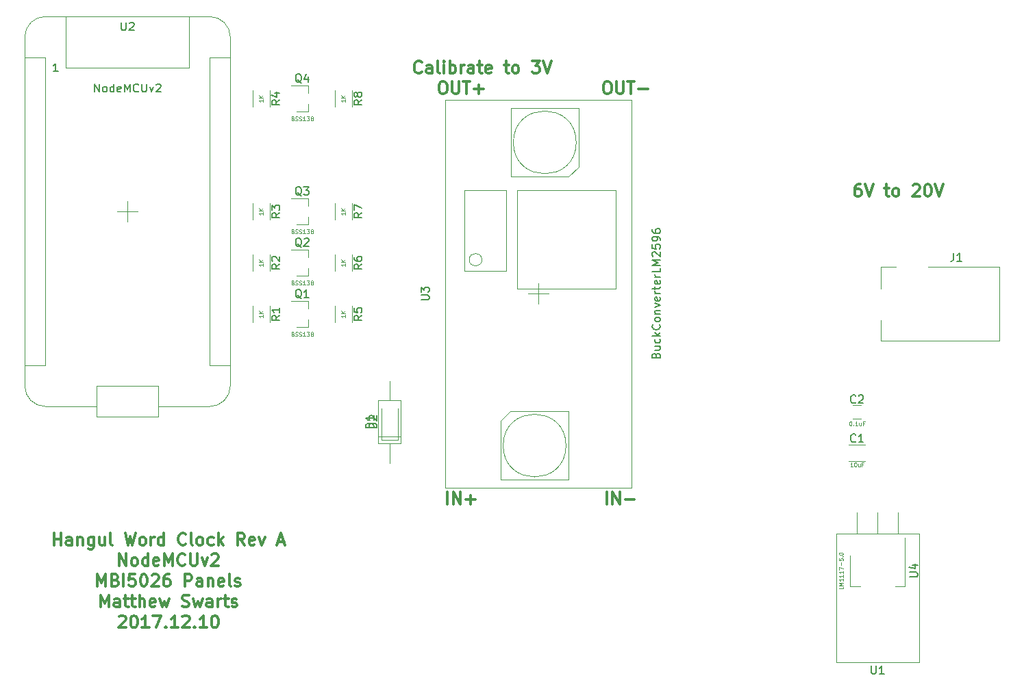
<source format=gto>
G04 #@! TF.FileFunction,Legend,Top*
%FSLAX46Y46*%
G04 Gerber Fmt 4.6, Leading zero omitted, Abs format (unit mm)*
G04 Created by KiCad (PCBNEW 4.0.4-stable) date 12/10/17 00:47:25*
%MOMM*%
%LPD*%
G01*
G04 APERTURE LIST*
%ADD10C,0.250000*%
%ADD11C,0.300000*%
%ADD12C,0.100000*%
%ADD13C,0.120000*%
%ADD14C,0.150000*%
G04 APERTURE END LIST*
D10*
D11*
X77261429Y-130198571D02*
X77261429Y-128698571D01*
X77261429Y-129412857D02*
X78118572Y-129412857D01*
X78118572Y-130198571D02*
X78118572Y-128698571D01*
X79475715Y-130198571D02*
X79475715Y-129412857D01*
X79404286Y-129270000D01*
X79261429Y-129198571D01*
X78975715Y-129198571D01*
X78832858Y-129270000D01*
X79475715Y-130127143D02*
X79332858Y-130198571D01*
X78975715Y-130198571D01*
X78832858Y-130127143D01*
X78761429Y-129984286D01*
X78761429Y-129841429D01*
X78832858Y-129698571D01*
X78975715Y-129627143D01*
X79332858Y-129627143D01*
X79475715Y-129555714D01*
X80190001Y-129198571D02*
X80190001Y-130198571D01*
X80190001Y-129341429D02*
X80261429Y-129270000D01*
X80404287Y-129198571D01*
X80618572Y-129198571D01*
X80761429Y-129270000D01*
X80832858Y-129412857D01*
X80832858Y-130198571D01*
X82190001Y-129198571D02*
X82190001Y-130412857D01*
X82118572Y-130555714D01*
X82047144Y-130627143D01*
X81904287Y-130698571D01*
X81690001Y-130698571D01*
X81547144Y-130627143D01*
X82190001Y-130127143D02*
X82047144Y-130198571D01*
X81761430Y-130198571D01*
X81618572Y-130127143D01*
X81547144Y-130055714D01*
X81475715Y-129912857D01*
X81475715Y-129484286D01*
X81547144Y-129341429D01*
X81618572Y-129270000D01*
X81761430Y-129198571D01*
X82047144Y-129198571D01*
X82190001Y-129270000D01*
X83547144Y-129198571D02*
X83547144Y-130198571D01*
X82904287Y-129198571D02*
X82904287Y-129984286D01*
X82975715Y-130127143D01*
X83118573Y-130198571D01*
X83332858Y-130198571D01*
X83475715Y-130127143D01*
X83547144Y-130055714D01*
X84475716Y-130198571D02*
X84332858Y-130127143D01*
X84261430Y-129984286D01*
X84261430Y-128698571D01*
X86047144Y-128698571D02*
X86404287Y-130198571D01*
X86690001Y-129127143D01*
X86975715Y-130198571D01*
X87332858Y-128698571D01*
X88118573Y-130198571D02*
X87975715Y-130127143D01*
X87904287Y-130055714D01*
X87832858Y-129912857D01*
X87832858Y-129484286D01*
X87904287Y-129341429D01*
X87975715Y-129270000D01*
X88118573Y-129198571D01*
X88332858Y-129198571D01*
X88475715Y-129270000D01*
X88547144Y-129341429D01*
X88618573Y-129484286D01*
X88618573Y-129912857D01*
X88547144Y-130055714D01*
X88475715Y-130127143D01*
X88332858Y-130198571D01*
X88118573Y-130198571D01*
X89261430Y-130198571D02*
X89261430Y-129198571D01*
X89261430Y-129484286D02*
X89332858Y-129341429D01*
X89404287Y-129270000D01*
X89547144Y-129198571D01*
X89690001Y-129198571D01*
X90832858Y-130198571D02*
X90832858Y-128698571D01*
X90832858Y-130127143D02*
X90690001Y-130198571D01*
X90404287Y-130198571D01*
X90261429Y-130127143D01*
X90190001Y-130055714D01*
X90118572Y-129912857D01*
X90118572Y-129484286D01*
X90190001Y-129341429D01*
X90261429Y-129270000D01*
X90404287Y-129198571D01*
X90690001Y-129198571D01*
X90832858Y-129270000D01*
X93547144Y-130055714D02*
X93475715Y-130127143D01*
X93261429Y-130198571D01*
X93118572Y-130198571D01*
X92904287Y-130127143D01*
X92761429Y-129984286D01*
X92690001Y-129841429D01*
X92618572Y-129555714D01*
X92618572Y-129341429D01*
X92690001Y-129055714D01*
X92761429Y-128912857D01*
X92904287Y-128770000D01*
X93118572Y-128698571D01*
X93261429Y-128698571D01*
X93475715Y-128770000D01*
X93547144Y-128841429D01*
X94404287Y-130198571D02*
X94261429Y-130127143D01*
X94190001Y-129984286D01*
X94190001Y-128698571D01*
X95190001Y-130198571D02*
X95047143Y-130127143D01*
X94975715Y-130055714D01*
X94904286Y-129912857D01*
X94904286Y-129484286D01*
X94975715Y-129341429D01*
X95047143Y-129270000D01*
X95190001Y-129198571D01*
X95404286Y-129198571D01*
X95547143Y-129270000D01*
X95618572Y-129341429D01*
X95690001Y-129484286D01*
X95690001Y-129912857D01*
X95618572Y-130055714D01*
X95547143Y-130127143D01*
X95404286Y-130198571D01*
X95190001Y-130198571D01*
X96975715Y-130127143D02*
X96832858Y-130198571D01*
X96547144Y-130198571D01*
X96404286Y-130127143D01*
X96332858Y-130055714D01*
X96261429Y-129912857D01*
X96261429Y-129484286D01*
X96332858Y-129341429D01*
X96404286Y-129270000D01*
X96547144Y-129198571D01*
X96832858Y-129198571D01*
X96975715Y-129270000D01*
X97618572Y-130198571D02*
X97618572Y-128698571D01*
X97761429Y-129627143D02*
X98190000Y-130198571D01*
X98190000Y-129198571D02*
X97618572Y-129770000D01*
X100832858Y-130198571D02*
X100332858Y-129484286D01*
X99975715Y-130198571D02*
X99975715Y-128698571D01*
X100547143Y-128698571D01*
X100690001Y-128770000D01*
X100761429Y-128841429D01*
X100832858Y-128984286D01*
X100832858Y-129198571D01*
X100761429Y-129341429D01*
X100690001Y-129412857D01*
X100547143Y-129484286D01*
X99975715Y-129484286D01*
X102047143Y-130127143D02*
X101904286Y-130198571D01*
X101618572Y-130198571D01*
X101475715Y-130127143D01*
X101404286Y-129984286D01*
X101404286Y-129412857D01*
X101475715Y-129270000D01*
X101618572Y-129198571D01*
X101904286Y-129198571D01*
X102047143Y-129270000D01*
X102118572Y-129412857D01*
X102118572Y-129555714D01*
X101404286Y-129698571D01*
X102618572Y-129198571D02*
X102975715Y-130198571D01*
X103332857Y-129198571D01*
X104975714Y-129770000D02*
X105690000Y-129770000D01*
X104832857Y-130198571D02*
X105332857Y-128698571D01*
X105832857Y-130198571D01*
X85332857Y-132748571D02*
X85332857Y-131248571D01*
X86190000Y-132748571D01*
X86190000Y-131248571D01*
X87118572Y-132748571D02*
X86975714Y-132677143D01*
X86904286Y-132605714D01*
X86832857Y-132462857D01*
X86832857Y-132034286D01*
X86904286Y-131891429D01*
X86975714Y-131820000D01*
X87118572Y-131748571D01*
X87332857Y-131748571D01*
X87475714Y-131820000D01*
X87547143Y-131891429D01*
X87618572Y-132034286D01*
X87618572Y-132462857D01*
X87547143Y-132605714D01*
X87475714Y-132677143D01*
X87332857Y-132748571D01*
X87118572Y-132748571D01*
X88904286Y-132748571D02*
X88904286Y-131248571D01*
X88904286Y-132677143D02*
X88761429Y-132748571D01*
X88475715Y-132748571D01*
X88332857Y-132677143D01*
X88261429Y-132605714D01*
X88190000Y-132462857D01*
X88190000Y-132034286D01*
X88261429Y-131891429D01*
X88332857Y-131820000D01*
X88475715Y-131748571D01*
X88761429Y-131748571D01*
X88904286Y-131820000D01*
X90190000Y-132677143D02*
X90047143Y-132748571D01*
X89761429Y-132748571D01*
X89618572Y-132677143D01*
X89547143Y-132534286D01*
X89547143Y-131962857D01*
X89618572Y-131820000D01*
X89761429Y-131748571D01*
X90047143Y-131748571D01*
X90190000Y-131820000D01*
X90261429Y-131962857D01*
X90261429Y-132105714D01*
X89547143Y-132248571D01*
X90904286Y-132748571D02*
X90904286Y-131248571D01*
X91404286Y-132320000D01*
X91904286Y-131248571D01*
X91904286Y-132748571D01*
X93475715Y-132605714D02*
X93404286Y-132677143D01*
X93190000Y-132748571D01*
X93047143Y-132748571D01*
X92832858Y-132677143D01*
X92690000Y-132534286D01*
X92618572Y-132391429D01*
X92547143Y-132105714D01*
X92547143Y-131891429D01*
X92618572Y-131605714D01*
X92690000Y-131462857D01*
X92832858Y-131320000D01*
X93047143Y-131248571D01*
X93190000Y-131248571D01*
X93404286Y-131320000D01*
X93475715Y-131391429D01*
X94118572Y-131248571D02*
X94118572Y-132462857D01*
X94190000Y-132605714D01*
X94261429Y-132677143D01*
X94404286Y-132748571D01*
X94690000Y-132748571D01*
X94832858Y-132677143D01*
X94904286Y-132605714D01*
X94975715Y-132462857D01*
X94975715Y-131248571D01*
X95547144Y-131748571D02*
X95904287Y-132748571D01*
X96261429Y-131748571D01*
X96761429Y-131391429D02*
X96832858Y-131320000D01*
X96975715Y-131248571D01*
X97332858Y-131248571D01*
X97475715Y-131320000D01*
X97547144Y-131391429D01*
X97618572Y-131534286D01*
X97618572Y-131677143D01*
X97547144Y-131891429D01*
X96690001Y-132748571D01*
X97618572Y-132748571D01*
X82654287Y-135298571D02*
X82654287Y-133798571D01*
X83154287Y-134870000D01*
X83654287Y-133798571D01*
X83654287Y-135298571D01*
X84868573Y-134512857D02*
X85082859Y-134584286D01*
X85154287Y-134655714D01*
X85225716Y-134798571D01*
X85225716Y-135012857D01*
X85154287Y-135155714D01*
X85082859Y-135227143D01*
X84940001Y-135298571D01*
X84368573Y-135298571D01*
X84368573Y-133798571D01*
X84868573Y-133798571D01*
X85011430Y-133870000D01*
X85082859Y-133941429D01*
X85154287Y-134084286D01*
X85154287Y-134227143D01*
X85082859Y-134370000D01*
X85011430Y-134441429D01*
X84868573Y-134512857D01*
X84368573Y-134512857D01*
X85868573Y-135298571D02*
X85868573Y-133798571D01*
X87297145Y-133798571D02*
X86582859Y-133798571D01*
X86511430Y-134512857D01*
X86582859Y-134441429D01*
X86725716Y-134370000D01*
X87082859Y-134370000D01*
X87225716Y-134441429D01*
X87297145Y-134512857D01*
X87368573Y-134655714D01*
X87368573Y-135012857D01*
X87297145Y-135155714D01*
X87225716Y-135227143D01*
X87082859Y-135298571D01*
X86725716Y-135298571D01*
X86582859Y-135227143D01*
X86511430Y-135155714D01*
X88297144Y-133798571D02*
X88440001Y-133798571D01*
X88582858Y-133870000D01*
X88654287Y-133941429D01*
X88725716Y-134084286D01*
X88797144Y-134370000D01*
X88797144Y-134727143D01*
X88725716Y-135012857D01*
X88654287Y-135155714D01*
X88582858Y-135227143D01*
X88440001Y-135298571D01*
X88297144Y-135298571D01*
X88154287Y-135227143D01*
X88082858Y-135155714D01*
X88011430Y-135012857D01*
X87940001Y-134727143D01*
X87940001Y-134370000D01*
X88011430Y-134084286D01*
X88082858Y-133941429D01*
X88154287Y-133870000D01*
X88297144Y-133798571D01*
X89368572Y-133941429D02*
X89440001Y-133870000D01*
X89582858Y-133798571D01*
X89940001Y-133798571D01*
X90082858Y-133870000D01*
X90154287Y-133941429D01*
X90225715Y-134084286D01*
X90225715Y-134227143D01*
X90154287Y-134441429D01*
X89297144Y-135298571D01*
X90225715Y-135298571D01*
X91511429Y-133798571D02*
X91225715Y-133798571D01*
X91082858Y-133870000D01*
X91011429Y-133941429D01*
X90868572Y-134155714D01*
X90797143Y-134441429D01*
X90797143Y-135012857D01*
X90868572Y-135155714D01*
X90940000Y-135227143D01*
X91082858Y-135298571D01*
X91368572Y-135298571D01*
X91511429Y-135227143D01*
X91582858Y-135155714D01*
X91654286Y-135012857D01*
X91654286Y-134655714D01*
X91582858Y-134512857D01*
X91511429Y-134441429D01*
X91368572Y-134370000D01*
X91082858Y-134370000D01*
X90940000Y-134441429D01*
X90868572Y-134512857D01*
X90797143Y-134655714D01*
X93440000Y-135298571D02*
X93440000Y-133798571D01*
X94011428Y-133798571D01*
X94154286Y-133870000D01*
X94225714Y-133941429D01*
X94297143Y-134084286D01*
X94297143Y-134298571D01*
X94225714Y-134441429D01*
X94154286Y-134512857D01*
X94011428Y-134584286D01*
X93440000Y-134584286D01*
X95582857Y-135298571D02*
X95582857Y-134512857D01*
X95511428Y-134370000D01*
X95368571Y-134298571D01*
X95082857Y-134298571D01*
X94940000Y-134370000D01*
X95582857Y-135227143D02*
X95440000Y-135298571D01*
X95082857Y-135298571D01*
X94940000Y-135227143D01*
X94868571Y-135084286D01*
X94868571Y-134941429D01*
X94940000Y-134798571D01*
X95082857Y-134727143D01*
X95440000Y-134727143D01*
X95582857Y-134655714D01*
X96297143Y-134298571D02*
X96297143Y-135298571D01*
X96297143Y-134441429D02*
X96368571Y-134370000D01*
X96511429Y-134298571D01*
X96725714Y-134298571D01*
X96868571Y-134370000D01*
X96940000Y-134512857D01*
X96940000Y-135298571D01*
X98225714Y-135227143D02*
X98082857Y-135298571D01*
X97797143Y-135298571D01*
X97654286Y-135227143D01*
X97582857Y-135084286D01*
X97582857Y-134512857D01*
X97654286Y-134370000D01*
X97797143Y-134298571D01*
X98082857Y-134298571D01*
X98225714Y-134370000D01*
X98297143Y-134512857D01*
X98297143Y-134655714D01*
X97582857Y-134798571D01*
X99154286Y-135298571D02*
X99011428Y-135227143D01*
X98940000Y-135084286D01*
X98940000Y-133798571D01*
X99654285Y-135227143D02*
X99797142Y-135298571D01*
X100082857Y-135298571D01*
X100225714Y-135227143D01*
X100297142Y-135084286D01*
X100297142Y-135012857D01*
X100225714Y-134870000D01*
X100082857Y-134798571D01*
X99868571Y-134798571D01*
X99725714Y-134727143D01*
X99654285Y-134584286D01*
X99654285Y-134512857D01*
X99725714Y-134370000D01*
X99868571Y-134298571D01*
X100082857Y-134298571D01*
X100225714Y-134370000D01*
X83047143Y-137848571D02*
X83047143Y-136348571D01*
X83547143Y-137420000D01*
X84047143Y-136348571D01*
X84047143Y-137848571D01*
X85404286Y-137848571D02*
X85404286Y-137062857D01*
X85332857Y-136920000D01*
X85190000Y-136848571D01*
X84904286Y-136848571D01*
X84761429Y-136920000D01*
X85404286Y-137777143D02*
X85261429Y-137848571D01*
X84904286Y-137848571D01*
X84761429Y-137777143D01*
X84690000Y-137634286D01*
X84690000Y-137491429D01*
X84761429Y-137348571D01*
X84904286Y-137277143D01*
X85261429Y-137277143D01*
X85404286Y-137205714D01*
X85904286Y-136848571D02*
X86475715Y-136848571D01*
X86118572Y-136348571D02*
X86118572Y-137634286D01*
X86190000Y-137777143D01*
X86332858Y-137848571D01*
X86475715Y-137848571D01*
X86761429Y-136848571D02*
X87332858Y-136848571D01*
X86975715Y-136348571D02*
X86975715Y-137634286D01*
X87047143Y-137777143D01*
X87190001Y-137848571D01*
X87332858Y-137848571D01*
X87832858Y-137848571D02*
X87832858Y-136348571D01*
X88475715Y-137848571D02*
X88475715Y-137062857D01*
X88404286Y-136920000D01*
X88261429Y-136848571D01*
X88047144Y-136848571D01*
X87904286Y-136920000D01*
X87832858Y-136991429D01*
X89761429Y-137777143D02*
X89618572Y-137848571D01*
X89332858Y-137848571D01*
X89190001Y-137777143D01*
X89118572Y-137634286D01*
X89118572Y-137062857D01*
X89190001Y-136920000D01*
X89332858Y-136848571D01*
X89618572Y-136848571D01*
X89761429Y-136920000D01*
X89832858Y-137062857D01*
X89832858Y-137205714D01*
X89118572Y-137348571D01*
X90332858Y-136848571D02*
X90618572Y-137848571D01*
X90904286Y-137134286D01*
X91190001Y-137848571D01*
X91475715Y-136848571D01*
X93118572Y-137777143D02*
X93332858Y-137848571D01*
X93690001Y-137848571D01*
X93832858Y-137777143D01*
X93904287Y-137705714D01*
X93975715Y-137562857D01*
X93975715Y-137420000D01*
X93904287Y-137277143D01*
X93832858Y-137205714D01*
X93690001Y-137134286D01*
X93404287Y-137062857D01*
X93261429Y-136991429D01*
X93190001Y-136920000D01*
X93118572Y-136777143D01*
X93118572Y-136634286D01*
X93190001Y-136491429D01*
X93261429Y-136420000D01*
X93404287Y-136348571D01*
X93761429Y-136348571D01*
X93975715Y-136420000D01*
X94475715Y-136848571D02*
X94761429Y-137848571D01*
X95047143Y-137134286D01*
X95332858Y-137848571D01*
X95618572Y-136848571D01*
X96832858Y-137848571D02*
X96832858Y-137062857D01*
X96761429Y-136920000D01*
X96618572Y-136848571D01*
X96332858Y-136848571D01*
X96190001Y-136920000D01*
X96832858Y-137777143D02*
X96690001Y-137848571D01*
X96332858Y-137848571D01*
X96190001Y-137777143D01*
X96118572Y-137634286D01*
X96118572Y-137491429D01*
X96190001Y-137348571D01*
X96332858Y-137277143D01*
X96690001Y-137277143D01*
X96832858Y-137205714D01*
X97547144Y-137848571D02*
X97547144Y-136848571D01*
X97547144Y-137134286D02*
X97618572Y-136991429D01*
X97690001Y-136920000D01*
X97832858Y-136848571D01*
X97975715Y-136848571D01*
X98261429Y-136848571D02*
X98832858Y-136848571D01*
X98475715Y-136348571D02*
X98475715Y-137634286D01*
X98547143Y-137777143D01*
X98690001Y-137848571D01*
X98832858Y-137848571D01*
X99261429Y-137777143D02*
X99404286Y-137848571D01*
X99690001Y-137848571D01*
X99832858Y-137777143D01*
X99904286Y-137634286D01*
X99904286Y-137562857D01*
X99832858Y-137420000D01*
X99690001Y-137348571D01*
X99475715Y-137348571D01*
X99332858Y-137277143D01*
X99261429Y-137134286D01*
X99261429Y-137062857D01*
X99332858Y-136920000D01*
X99475715Y-136848571D01*
X99690001Y-136848571D01*
X99832858Y-136920000D01*
X85297144Y-139041429D02*
X85368573Y-138970000D01*
X85511430Y-138898571D01*
X85868573Y-138898571D01*
X86011430Y-138970000D01*
X86082859Y-139041429D01*
X86154287Y-139184286D01*
X86154287Y-139327143D01*
X86082859Y-139541429D01*
X85225716Y-140398571D01*
X86154287Y-140398571D01*
X87082858Y-138898571D02*
X87225715Y-138898571D01*
X87368572Y-138970000D01*
X87440001Y-139041429D01*
X87511430Y-139184286D01*
X87582858Y-139470000D01*
X87582858Y-139827143D01*
X87511430Y-140112857D01*
X87440001Y-140255714D01*
X87368572Y-140327143D01*
X87225715Y-140398571D01*
X87082858Y-140398571D01*
X86940001Y-140327143D01*
X86868572Y-140255714D01*
X86797144Y-140112857D01*
X86725715Y-139827143D01*
X86725715Y-139470000D01*
X86797144Y-139184286D01*
X86868572Y-139041429D01*
X86940001Y-138970000D01*
X87082858Y-138898571D01*
X89011429Y-140398571D02*
X88154286Y-140398571D01*
X88582858Y-140398571D02*
X88582858Y-138898571D01*
X88440001Y-139112857D01*
X88297143Y-139255714D01*
X88154286Y-139327143D01*
X89511429Y-138898571D02*
X90511429Y-138898571D01*
X89868572Y-140398571D01*
X91082857Y-140255714D02*
X91154285Y-140327143D01*
X91082857Y-140398571D01*
X91011428Y-140327143D01*
X91082857Y-140255714D01*
X91082857Y-140398571D01*
X92582857Y-140398571D02*
X91725714Y-140398571D01*
X92154286Y-140398571D02*
X92154286Y-138898571D01*
X92011429Y-139112857D01*
X91868571Y-139255714D01*
X91725714Y-139327143D01*
X93154285Y-139041429D02*
X93225714Y-138970000D01*
X93368571Y-138898571D01*
X93725714Y-138898571D01*
X93868571Y-138970000D01*
X93940000Y-139041429D01*
X94011428Y-139184286D01*
X94011428Y-139327143D01*
X93940000Y-139541429D01*
X93082857Y-140398571D01*
X94011428Y-140398571D01*
X94654285Y-140255714D02*
X94725713Y-140327143D01*
X94654285Y-140398571D01*
X94582856Y-140327143D01*
X94654285Y-140255714D01*
X94654285Y-140398571D01*
X96154285Y-140398571D02*
X95297142Y-140398571D01*
X95725714Y-140398571D02*
X95725714Y-138898571D01*
X95582857Y-139112857D01*
X95439999Y-139255714D01*
X95297142Y-139327143D01*
X97082856Y-138898571D02*
X97225713Y-138898571D01*
X97368570Y-138970000D01*
X97439999Y-139041429D01*
X97511428Y-139184286D01*
X97582856Y-139470000D01*
X97582856Y-139827143D01*
X97511428Y-140112857D01*
X97439999Y-140255714D01*
X97368570Y-140327143D01*
X97225713Y-140398571D01*
X97082856Y-140398571D01*
X96939999Y-140327143D01*
X96868570Y-140255714D01*
X96797142Y-140112857D01*
X96725713Y-139827143D01*
X96725713Y-139470000D01*
X96797142Y-139184286D01*
X96868570Y-139041429D01*
X96939999Y-138970000D01*
X97082856Y-138898571D01*
X122710715Y-71655714D02*
X122639286Y-71727143D01*
X122425000Y-71798571D01*
X122282143Y-71798571D01*
X122067858Y-71727143D01*
X121925000Y-71584286D01*
X121853572Y-71441429D01*
X121782143Y-71155714D01*
X121782143Y-70941429D01*
X121853572Y-70655714D01*
X121925000Y-70512857D01*
X122067858Y-70370000D01*
X122282143Y-70298571D01*
X122425000Y-70298571D01*
X122639286Y-70370000D01*
X122710715Y-70441429D01*
X123996429Y-71798571D02*
X123996429Y-71012857D01*
X123925000Y-70870000D01*
X123782143Y-70798571D01*
X123496429Y-70798571D01*
X123353572Y-70870000D01*
X123996429Y-71727143D02*
X123853572Y-71798571D01*
X123496429Y-71798571D01*
X123353572Y-71727143D01*
X123282143Y-71584286D01*
X123282143Y-71441429D01*
X123353572Y-71298571D01*
X123496429Y-71227143D01*
X123853572Y-71227143D01*
X123996429Y-71155714D01*
X124925001Y-71798571D02*
X124782143Y-71727143D01*
X124710715Y-71584286D01*
X124710715Y-70298571D01*
X125496429Y-71798571D02*
X125496429Y-70798571D01*
X125496429Y-70298571D02*
X125425000Y-70370000D01*
X125496429Y-70441429D01*
X125567857Y-70370000D01*
X125496429Y-70298571D01*
X125496429Y-70441429D01*
X126210715Y-71798571D02*
X126210715Y-70298571D01*
X126210715Y-70870000D02*
X126353572Y-70798571D01*
X126639286Y-70798571D01*
X126782143Y-70870000D01*
X126853572Y-70941429D01*
X126925001Y-71084286D01*
X126925001Y-71512857D01*
X126853572Y-71655714D01*
X126782143Y-71727143D01*
X126639286Y-71798571D01*
X126353572Y-71798571D01*
X126210715Y-71727143D01*
X127567858Y-71798571D02*
X127567858Y-70798571D01*
X127567858Y-71084286D02*
X127639286Y-70941429D01*
X127710715Y-70870000D01*
X127853572Y-70798571D01*
X127996429Y-70798571D01*
X129139286Y-71798571D02*
X129139286Y-71012857D01*
X129067857Y-70870000D01*
X128925000Y-70798571D01*
X128639286Y-70798571D01*
X128496429Y-70870000D01*
X129139286Y-71727143D02*
X128996429Y-71798571D01*
X128639286Y-71798571D01*
X128496429Y-71727143D01*
X128425000Y-71584286D01*
X128425000Y-71441429D01*
X128496429Y-71298571D01*
X128639286Y-71227143D01*
X128996429Y-71227143D01*
X129139286Y-71155714D01*
X129639286Y-70798571D02*
X130210715Y-70798571D01*
X129853572Y-70298571D02*
X129853572Y-71584286D01*
X129925000Y-71727143D01*
X130067858Y-71798571D01*
X130210715Y-71798571D01*
X131282143Y-71727143D02*
X131139286Y-71798571D01*
X130853572Y-71798571D01*
X130710715Y-71727143D01*
X130639286Y-71584286D01*
X130639286Y-71012857D01*
X130710715Y-70870000D01*
X130853572Y-70798571D01*
X131139286Y-70798571D01*
X131282143Y-70870000D01*
X131353572Y-71012857D01*
X131353572Y-71155714D01*
X130639286Y-71298571D01*
X132925000Y-70798571D02*
X133496429Y-70798571D01*
X133139286Y-70298571D02*
X133139286Y-71584286D01*
X133210714Y-71727143D01*
X133353572Y-71798571D01*
X133496429Y-71798571D01*
X134210715Y-71798571D02*
X134067857Y-71727143D01*
X133996429Y-71655714D01*
X133925000Y-71512857D01*
X133925000Y-71084286D01*
X133996429Y-70941429D01*
X134067857Y-70870000D01*
X134210715Y-70798571D01*
X134425000Y-70798571D01*
X134567857Y-70870000D01*
X134639286Y-70941429D01*
X134710715Y-71084286D01*
X134710715Y-71512857D01*
X134639286Y-71655714D01*
X134567857Y-71727143D01*
X134425000Y-71798571D01*
X134210715Y-71798571D01*
X136353572Y-70298571D02*
X137282143Y-70298571D01*
X136782143Y-70870000D01*
X136996429Y-70870000D01*
X137139286Y-70941429D01*
X137210715Y-71012857D01*
X137282143Y-71155714D01*
X137282143Y-71512857D01*
X137210715Y-71655714D01*
X137139286Y-71727143D01*
X136996429Y-71798571D01*
X136567857Y-71798571D01*
X136425000Y-71727143D01*
X136353572Y-71655714D01*
X137710714Y-70298571D02*
X138210714Y-71798571D01*
X138710714Y-70298571D01*
X125206428Y-72838571D02*
X125492142Y-72838571D01*
X125635000Y-72910000D01*
X125777857Y-73052857D01*
X125849285Y-73338571D01*
X125849285Y-73838571D01*
X125777857Y-74124286D01*
X125635000Y-74267143D01*
X125492142Y-74338571D01*
X125206428Y-74338571D01*
X125063571Y-74267143D01*
X124920714Y-74124286D01*
X124849285Y-73838571D01*
X124849285Y-73338571D01*
X124920714Y-73052857D01*
X125063571Y-72910000D01*
X125206428Y-72838571D01*
X126492143Y-72838571D02*
X126492143Y-74052857D01*
X126563571Y-74195714D01*
X126635000Y-74267143D01*
X126777857Y-74338571D01*
X127063571Y-74338571D01*
X127206429Y-74267143D01*
X127277857Y-74195714D01*
X127349286Y-74052857D01*
X127349286Y-72838571D01*
X127849286Y-72838571D02*
X128706429Y-72838571D01*
X128277858Y-74338571D02*
X128277858Y-72838571D01*
X129206429Y-73767143D02*
X130349286Y-73767143D01*
X129777857Y-74338571D02*
X129777857Y-73195714D01*
X145526428Y-72838571D02*
X145812142Y-72838571D01*
X145955000Y-72910000D01*
X146097857Y-73052857D01*
X146169285Y-73338571D01*
X146169285Y-73838571D01*
X146097857Y-74124286D01*
X145955000Y-74267143D01*
X145812142Y-74338571D01*
X145526428Y-74338571D01*
X145383571Y-74267143D01*
X145240714Y-74124286D01*
X145169285Y-73838571D01*
X145169285Y-73338571D01*
X145240714Y-73052857D01*
X145383571Y-72910000D01*
X145526428Y-72838571D01*
X146812143Y-72838571D02*
X146812143Y-74052857D01*
X146883571Y-74195714D01*
X146955000Y-74267143D01*
X147097857Y-74338571D01*
X147383571Y-74338571D01*
X147526429Y-74267143D01*
X147597857Y-74195714D01*
X147669286Y-74052857D01*
X147669286Y-72838571D01*
X148169286Y-72838571D02*
X149026429Y-72838571D01*
X148597858Y-74338571D02*
X148597858Y-72838571D01*
X149526429Y-73767143D02*
X150669286Y-73767143D01*
X145605714Y-125138571D02*
X145605714Y-123638571D01*
X146320000Y-125138571D02*
X146320000Y-123638571D01*
X147177143Y-125138571D01*
X147177143Y-123638571D01*
X147891429Y-124567143D02*
X149034286Y-124567143D01*
X125920714Y-125138571D02*
X125920714Y-123638571D01*
X126635000Y-125138571D02*
X126635000Y-123638571D01*
X127492143Y-125138571D01*
X127492143Y-123638571D01*
X128206429Y-124567143D02*
X129349286Y-124567143D01*
X128777857Y-125138571D02*
X128777857Y-123995714D01*
X176931430Y-85538571D02*
X176645716Y-85538571D01*
X176502859Y-85610000D01*
X176431430Y-85681429D01*
X176288573Y-85895714D01*
X176217144Y-86181429D01*
X176217144Y-86752857D01*
X176288573Y-86895714D01*
X176360001Y-86967143D01*
X176502859Y-87038571D01*
X176788573Y-87038571D01*
X176931430Y-86967143D01*
X177002859Y-86895714D01*
X177074287Y-86752857D01*
X177074287Y-86395714D01*
X177002859Y-86252857D01*
X176931430Y-86181429D01*
X176788573Y-86110000D01*
X176502859Y-86110000D01*
X176360001Y-86181429D01*
X176288573Y-86252857D01*
X176217144Y-86395714D01*
X177502858Y-85538571D02*
X178002858Y-87038571D01*
X178502858Y-85538571D01*
X179931429Y-86038571D02*
X180502858Y-86038571D01*
X180145715Y-85538571D02*
X180145715Y-86824286D01*
X180217143Y-86967143D01*
X180360001Y-87038571D01*
X180502858Y-87038571D01*
X181217144Y-87038571D02*
X181074286Y-86967143D01*
X181002858Y-86895714D01*
X180931429Y-86752857D01*
X180931429Y-86324286D01*
X181002858Y-86181429D01*
X181074286Y-86110000D01*
X181217144Y-86038571D01*
X181431429Y-86038571D01*
X181574286Y-86110000D01*
X181645715Y-86181429D01*
X181717144Y-86324286D01*
X181717144Y-86752857D01*
X181645715Y-86895714D01*
X181574286Y-86967143D01*
X181431429Y-87038571D01*
X181217144Y-87038571D01*
X183431429Y-85681429D02*
X183502858Y-85610000D01*
X183645715Y-85538571D01*
X184002858Y-85538571D01*
X184145715Y-85610000D01*
X184217144Y-85681429D01*
X184288572Y-85824286D01*
X184288572Y-85967143D01*
X184217144Y-86181429D01*
X183360001Y-87038571D01*
X184288572Y-87038571D01*
X185217143Y-85538571D02*
X185360000Y-85538571D01*
X185502857Y-85610000D01*
X185574286Y-85681429D01*
X185645715Y-85824286D01*
X185717143Y-86110000D01*
X185717143Y-86467143D01*
X185645715Y-86752857D01*
X185574286Y-86895714D01*
X185502857Y-86967143D01*
X185360000Y-87038571D01*
X185217143Y-87038571D01*
X185074286Y-86967143D01*
X185002857Y-86895714D01*
X184931429Y-86752857D01*
X184860000Y-86467143D01*
X184860000Y-86110000D01*
X184931429Y-85824286D01*
X185002857Y-85681429D01*
X185074286Y-85610000D01*
X185217143Y-85538571D01*
X186145714Y-85538571D02*
X186645714Y-87038571D01*
X187145714Y-85538571D01*
D12*
X128009232Y-86276927D02*
X133139874Y-86276927D01*
X133139232Y-86276969D02*
X133139232Y-96276927D01*
X125660000Y-75060000D02*
X125660000Y-123060000D01*
X148660000Y-75060000D02*
X125660000Y-75060000D01*
X148660000Y-123060000D02*
X148660000Y-75060000D01*
X125660000Y-123060000D02*
X148660000Y-123060000D01*
X137160000Y-100330000D02*
X137160000Y-97790000D01*
X135890000Y-99060000D02*
X138430000Y-99060000D01*
X132501779Y-114838364D02*
X132501779Y-122101697D01*
X132501779Y-122101697D02*
X140847000Y-122101697D01*
X140847000Y-122101697D02*
X140847000Y-113632073D01*
X140847000Y-113632073D02*
X133708069Y-113632073D01*
X133708069Y-113632073D02*
X132501779Y-114838364D01*
X142107751Y-83374351D02*
X142107751Y-76111017D01*
X142107751Y-76111017D02*
X133762530Y-76111017D01*
X133762530Y-76111017D02*
X133762530Y-84580642D01*
X133762530Y-84580642D02*
X140901460Y-84580642D01*
X140901460Y-84580642D02*
X142107751Y-83374351D01*
X134519689Y-98456448D02*
X146691168Y-98456448D01*
X146691168Y-98456448D02*
X146691168Y-86249811D01*
X146691168Y-86249811D02*
X134519689Y-86249811D01*
X134519689Y-86249811D02*
X134519689Y-98456448D01*
X128009232Y-96276927D02*
X133139874Y-96276927D01*
X128009232Y-86276969D02*
X128009232Y-96276927D01*
X130165714Y-94866348D02*
G75*
G03X130165714Y-94866348I-782895J0D01*
G01*
X140559875Y-117866885D02*
G75*
G03X140559875Y-117866885I-3885486J0D01*
G01*
X141820627Y-80345830D02*
G75*
G03X141820627Y-80345830I-3885487J0D01*
G01*
D13*
X177530000Y-117725000D02*
X175530000Y-117725000D01*
X175530000Y-119765000D02*
X177530000Y-119765000D01*
X177030000Y-112815000D02*
X176030000Y-112815000D01*
X176030000Y-114515000D02*
X177030000Y-114515000D01*
X117335000Y-117595000D02*
X120155000Y-117595000D01*
X120155000Y-117595000D02*
X120155000Y-112275000D01*
X120155000Y-112275000D02*
X117335000Y-112275000D01*
X117335000Y-112275000D02*
X117335000Y-117595000D01*
X118745000Y-120005000D02*
X118745000Y-117595000D01*
X118745000Y-109865000D02*
X118745000Y-112275000D01*
X117335000Y-116755000D02*
X120155000Y-116755000D01*
X185340000Y-95730000D02*
X194140000Y-95730000D01*
X194140000Y-95730000D02*
X194140000Y-104930000D01*
X179440000Y-98430000D02*
X179440000Y-95730000D01*
X179440000Y-95730000D02*
X181340000Y-95730000D01*
X194140000Y-104930000D02*
X179440000Y-104930000D01*
X179440000Y-104930000D02*
X179440000Y-102330000D01*
X108710000Y-103180000D02*
X108710000Y-102250000D01*
X108710000Y-100020000D02*
X108710000Y-100950000D01*
X108710000Y-100020000D02*
X106550000Y-100020000D01*
X108710000Y-103180000D02*
X107250000Y-103180000D01*
X108710000Y-96830000D02*
X108710000Y-95900000D01*
X108710000Y-93670000D02*
X108710000Y-94600000D01*
X108710000Y-93670000D02*
X106550000Y-93670000D01*
X108710000Y-96830000D02*
X107250000Y-96830000D01*
X108710000Y-90480000D02*
X108710000Y-89550000D01*
X108710000Y-87320000D02*
X108710000Y-88250000D01*
X108710000Y-87320000D02*
X106550000Y-87320000D01*
X108710000Y-90480000D02*
X107250000Y-90480000D01*
X108710000Y-76510000D02*
X108710000Y-75580000D01*
X108710000Y-73350000D02*
X108710000Y-74280000D01*
X108710000Y-73350000D02*
X106550000Y-73350000D01*
X108710000Y-76510000D02*
X107250000Y-76510000D01*
X101800000Y-102600000D02*
X101800000Y-100600000D01*
X103940000Y-100600000D02*
X103940000Y-102600000D01*
X101800000Y-96250000D02*
X101800000Y-94250000D01*
X103940000Y-94250000D02*
X103940000Y-96250000D01*
X101800000Y-89900000D02*
X101800000Y-87900000D01*
X103940000Y-87900000D02*
X103940000Y-89900000D01*
X101800000Y-75930000D02*
X101800000Y-73930000D01*
X103940000Y-73930000D02*
X103940000Y-75930000D01*
X111960000Y-102600000D02*
X111960000Y-100600000D01*
X114100000Y-100600000D02*
X114100000Y-102600000D01*
X111960000Y-96250000D02*
X111960000Y-94250000D01*
X114100000Y-94250000D02*
X114100000Y-96250000D01*
X111960000Y-89900000D02*
X111960000Y-87900000D01*
X114100000Y-87900000D02*
X114100000Y-89900000D01*
X111960000Y-75930000D02*
X111960000Y-73930000D01*
X114100000Y-73930000D02*
X114100000Y-75930000D01*
X184190000Y-128785000D02*
X173950000Y-128785000D01*
X184190000Y-144675000D02*
X173950000Y-144675000D01*
X184190000Y-144675000D02*
X184190000Y-128785000D01*
X173950000Y-144675000D02*
X173950000Y-128785000D01*
X181610000Y-128785000D02*
X181610000Y-126145000D01*
X179070000Y-128785000D02*
X179070000Y-126161000D01*
X176530000Y-128785000D02*
X176530000Y-126161000D01*
D12*
X85090000Y-88900000D02*
X87630000Y-88900000D01*
X86360000Y-87630000D02*
X86360000Y-90170000D01*
X78740000Y-64770000D02*
X78740000Y-71120000D01*
X78740000Y-71120000D02*
X93980000Y-71120000D01*
X93980000Y-71120000D02*
X93980000Y-64770000D01*
X90170000Y-113030000D02*
X96520000Y-113030000D01*
X76200000Y-113030000D02*
X82550000Y-113030000D01*
X82550000Y-110490000D02*
X82550000Y-114300000D01*
X82550000Y-114300000D02*
X90170000Y-114300000D01*
X90170000Y-114300000D02*
X90170000Y-110490000D01*
X90170000Y-110490000D02*
X82550000Y-110490000D01*
X99060000Y-69850000D02*
X96520000Y-69850000D01*
X96520000Y-69850000D02*
X96520000Y-107950000D01*
X96520000Y-107950000D02*
X99060000Y-107950000D01*
X73660000Y-69850000D02*
X76200000Y-69850000D01*
X76200000Y-69850000D02*
X76200000Y-107950000D01*
X76200000Y-107950000D02*
X73660000Y-107950000D01*
X96520000Y-64770000D02*
X76200000Y-64770000D01*
X99060000Y-110490000D02*
X99060000Y-67310000D01*
X73660000Y-67310000D02*
X73660000Y-110490000D01*
X99060000Y-67310000D02*
G75*
G03X96520000Y-64770000I-2540000J0D01*
G01*
X76200000Y-64770000D02*
G75*
G03X73660000Y-67310000I0J-2540000D01*
G01*
X96520000Y-113030000D02*
G75*
G03X99060000Y-110490000I0J2540000D01*
G01*
X73660000Y-110490000D02*
G75*
G03X76200000Y-113030000I2540000J0D01*
G01*
D13*
X117745000Y-117185000D02*
X119745000Y-117185000D01*
X119745000Y-117185000D02*
X119745000Y-113285000D01*
X117745000Y-117185000D02*
X117745000Y-113285000D01*
X175660000Y-135260000D02*
X176920000Y-135260000D01*
X182480000Y-135260000D02*
X181220000Y-135260000D01*
X175660000Y-131500000D02*
X175660000Y-135260000D01*
X182480000Y-129250000D02*
X182480000Y-135260000D01*
D14*
X122642381Y-99821905D02*
X123451905Y-99821905D01*
X123547143Y-99774286D01*
X123594762Y-99726667D01*
X123642381Y-99631429D01*
X123642381Y-99440952D01*
X123594762Y-99345714D01*
X123547143Y-99298095D01*
X123451905Y-99250476D01*
X122642381Y-99250476D01*
X122642381Y-98869524D02*
X122642381Y-98250476D01*
X123023333Y-98583810D01*
X123023333Y-98440952D01*
X123070952Y-98345714D01*
X123118571Y-98298095D01*
X123213810Y-98250476D01*
X123451905Y-98250476D01*
X123547143Y-98298095D01*
X123594762Y-98345714D01*
X123642381Y-98440952D01*
X123642381Y-98726667D01*
X123594762Y-98821905D01*
X123547143Y-98869524D01*
X151693571Y-106702858D02*
X151741190Y-106560001D01*
X151788810Y-106512382D01*
X151884048Y-106464763D01*
X152026905Y-106464763D01*
X152122143Y-106512382D01*
X152169762Y-106560001D01*
X152217381Y-106655239D01*
X152217381Y-107036192D01*
X151217381Y-107036192D01*
X151217381Y-106702858D01*
X151265000Y-106607620D01*
X151312619Y-106560001D01*
X151407857Y-106512382D01*
X151503095Y-106512382D01*
X151598333Y-106560001D01*
X151645952Y-106607620D01*
X151693571Y-106702858D01*
X151693571Y-107036192D01*
X151550714Y-105607620D02*
X152217381Y-105607620D01*
X151550714Y-106036192D02*
X152074524Y-106036192D01*
X152169762Y-105988573D01*
X152217381Y-105893335D01*
X152217381Y-105750477D01*
X152169762Y-105655239D01*
X152122143Y-105607620D01*
X152169762Y-104702858D02*
X152217381Y-104798096D01*
X152217381Y-104988573D01*
X152169762Y-105083811D01*
X152122143Y-105131430D01*
X152026905Y-105179049D01*
X151741190Y-105179049D01*
X151645952Y-105131430D01*
X151598333Y-105083811D01*
X151550714Y-104988573D01*
X151550714Y-104798096D01*
X151598333Y-104702858D01*
X152217381Y-104274287D02*
X151217381Y-104274287D01*
X151836429Y-104179049D02*
X152217381Y-103893334D01*
X151550714Y-103893334D02*
X151931667Y-104274287D01*
X152122143Y-102893334D02*
X152169762Y-102940953D01*
X152217381Y-103083810D01*
X152217381Y-103179048D01*
X152169762Y-103321906D01*
X152074524Y-103417144D01*
X151979286Y-103464763D01*
X151788810Y-103512382D01*
X151645952Y-103512382D01*
X151455476Y-103464763D01*
X151360238Y-103417144D01*
X151265000Y-103321906D01*
X151217381Y-103179048D01*
X151217381Y-103083810D01*
X151265000Y-102940953D01*
X151312619Y-102893334D01*
X152217381Y-102321906D02*
X152169762Y-102417144D01*
X152122143Y-102464763D01*
X152026905Y-102512382D01*
X151741190Y-102512382D01*
X151645952Y-102464763D01*
X151598333Y-102417144D01*
X151550714Y-102321906D01*
X151550714Y-102179048D01*
X151598333Y-102083810D01*
X151645952Y-102036191D01*
X151741190Y-101988572D01*
X152026905Y-101988572D01*
X152122143Y-102036191D01*
X152169762Y-102083810D01*
X152217381Y-102179048D01*
X152217381Y-102321906D01*
X151550714Y-101560001D02*
X152217381Y-101560001D01*
X151645952Y-101560001D02*
X151598333Y-101512382D01*
X151550714Y-101417144D01*
X151550714Y-101274286D01*
X151598333Y-101179048D01*
X151693571Y-101131429D01*
X152217381Y-101131429D01*
X151550714Y-100750477D02*
X152217381Y-100512382D01*
X151550714Y-100274286D01*
X152169762Y-99512381D02*
X152217381Y-99607619D01*
X152217381Y-99798096D01*
X152169762Y-99893334D01*
X152074524Y-99940953D01*
X151693571Y-99940953D01*
X151598333Y-99893334D01*
X151550714Y-99798096D01*
X151550714Y-99607619D01*
X151598333Y-99512381D01*
X151693571Y-99464762D01*
X151788810Y-99464762D01*
X151884048Y-99940953D01*
X152217381Y-99036191D02*
X151550714Y-99036191D01*
X151741190Y-99036191D02*
X151645952Y-98988572D01*
X151598333Y-98940953D01*
X151550714Y-98845715D01*
X151550714Y-98750476D01*
X151550714Y-98560000D02*
X151550714Y-98179048D01*
X151217381Y-98417143D02*
X152074524Y-98417143D01*
X152169762Y-98369524D01*
X152217381Y-98274286D01*
X152217381Y-98179048D01*
X152169762Y-97464761D02*
X152217381Y-97559999D01*
X152217381Y-97750476D01*
X152169762Y-97845714D01*
X152074524Y-97893333D01*
X151693571Y-97893333D01*
X151598333Y-97845714D01*
X151550714Y-97750476D01*
X151550714Y-97559999D01*
X151598333Y-97464761D01*
X151693571Y-97417142D01*
X151788810Y-97417142D01*
X151884048Y-97893333D01*
X152217381Y-96988571D02*
X151550714Y-96988571D01*
X151741190Y-96988571D02*
X151645952Y-96940952D01*
X151598333Y-96893333D01*
X151550714Y-96798095D01*
X151550714Y-96702856D01*
X152217381Y-95893332D02*
X152217381Y-96369523D01*
X151217381Y-96369523D01*
X152217381Y-95559999D02*
X151217381Y-95559999D01*
X151931667Y-95226665D01*
X151217381Y-94893332D01*
X152217381Y-94893332D01*
X151312619Y-94464761D02*
X151265000Y-94417142D01*
X151217381Y-94321904D01*
X151217381Y-94083808D01*
X151265000Y-93988570D01*
X151312619Y-93940951D01*
X151407857Y-93893332D01*
X151503095Y-93893332D01*
X151645952Y-93940951D01*
X152217381Y-94512380D01*
X152217381Y-93893332D01*
X151217381Y-92988570D02*
X151217381Y-93464761D01*
X151693571Y-93512380D01*
X151645952Y-93464761D01*
X151598333Y-93369523D01*
X151598333Y-93131427D01*
X151645952Y-93036189D01*
X151693571Y-92988570D01*
X151788810Y-92940951D01*
X152026905Y-92940951D01*
X152122143Y-92988570D01*
X152169762Y-93036189D01*
X152217381Y-93131427D01*
X152217381Y-93369523D01*
X152169762Y-93464761D01*
X152122143Y-93512380D01*
X152217381Y-92464761D02*
X152217381Y-92274285D01*
X152169762Y-92179046D01*
X152122143Y-92131427D01*
X151979286Y-92036189D01*
X151788810Y-91988570D01*
X151407857Y-91988570D01*
X151312619Y-92036189D01*
X151265000Y-92083808D01*
X151217381Y-92179046D01*
X151217381Y-92369523D01*
X151265000Y-92464761D01*
X151312619Y-92512380D01*
X151407857Y-92559999D01*
X151645952Y-92559999D01*
X151741190Y-92512380D01*
X151788810Y-92464761D01*
X151836429Y-92369523D01*
X151836429Y-92179046D01*
X151788810Y-92083808D01*
X151741190Y-92036189D01*
X151645952Y-91988570D01*
X151217381Y-91131427D02*
X151217381Y-91321904D01*
X151265000Y-91417142D01*
X151312619Y-91464761D01*
X151455476Y-91559999D01*
X151645952Y-91607618D01*
X152026905Y-91607618D01*
X152122143Y-91559999D01*
X152169762Y-91512380D01*
X152217381Y-91417142D01*
X152217381Y-91226665D01*
X152169762Y-91131427D01*
X152122143Y-91083808D01*
X152026905Y-91036189D01*
X151788810Y-91036189D01*
X151693571Y-91083808D01*
X151645952Y-91131427D01*
X151598333Y-91226665D01*
X151598333Y-91417142D01*
X151645952Y-91512380D01*
X151693571Y-91559999D01*
X151788810Y-91607618D01*
X176363334Y-117352143D02*
X176315715Y-117399762D01*
X176172858Y-117447381D01*
X176077620Y-117447381D01*
X175934762Y-117399762D01*
X175839524Y-117304524D01*
X175791905Y-117209286D01*
X175744286Y-117018810D01*
X175744286Y-116875952D01*
X175791905Y-116685476D01*
X175839524Y-116590238D01*
X175934762Y-116495000D01*
X176077620Y-116447381D01*
X176172858Y-116447381D01*
X176315715Y-116495000D01*
X176363334Y-116542619D01*
X177315715Y-117447381D02*
X176744286Y-117447381D01*
X177030000Y-117447381D02*
X177030000Y-116447381D01*
X176934762Y-116590238D01*
X176839524Y-116685476D01*
X176744286Y-116733095D01*
D12*
X175994286Y-120471190D02*
X175708572Y-120471190D01*
X175851429Y-120471190D02*
X175851429Y-119971190D01*
X175803810Y-120042619D01*
X175756191Y-120090238D01*
X175708572Y-120114048D01*
X176303810Y-119971190D02*
X176351429Y-119971190D01*
X176399048Y-119995000D01*
X176422857Y-120018810D01*
X176446667Y-120066429D01*
X176470476Y-120161667D01*
X176470476Y-120280714D01*
X176446667Y-120375952D01*
X176422857Y-120423571D01*
X176399048Y-120447381D01*
X176351429Y-120471190D01*
X176303810Y-120471190D01*
X176256191Y-120447381D01*
X176232381Y-120423571D01*
X176208572Y-120375952D01*
X176184762Y-120280714D01*
X176184762Y-120161667D01*
X176208572Y-120066429D01*
X176232381Y-120018810D01*
X176256191Y-119995000D01*
X176303810Y-119971190D01*
X176899047Y-120137857D02*
X176899047Y-120471190D01*
X176684762Y-120137857D02*
X176684762Y-120399762D01*
X176708571Y-120447381D01*
X176756190Y-120471190D01*
X176827619Y-120471190D01*
X176875238Y-120447381D01*
X176899047Y-120423571D01*
X177303809Y-120209286D02*
X177137143Y-120209286D01*
X177137143Y-120471190D02*
X177137143Y-119971190D01*
X177375238Y-119971190D01*
D14*
X176363334Y-112522143D02*
X176315715Y-112569762D01*
X176172858Y-112617381D01*
X176077620Y-112617381D01*
X175934762Y-112569762D01*
X175839524Y-112474524D01*
X175791905Y-112379286D01*
X175744286Y-112188810D01*
X175744286Y-112045952D01*
X175791905Y-111855476D01*
X175839524Y-111760238D01*
X175934762Y-111665000D01*
X176077620Y-111617381D01*
X176172858Y-111617381D01*
X176315715Y-111665000D01*
X176363334Y-111712619D01*
X176744286Y-111712619D02*
X176791905Y-111665000D01*
X176887143Y-111617381D01*
X177125239Y-111617381D01*
X177220477Y-111665000D01*
X177268096Y-111712619D01*
X177315715Y-111807857D01*
X177315715Y-111903095D01*
X177268096Y-112045952D01*
X176696667Y-112617381D01*
X177315715Y-112617381D01*
D12*
X175708573Y-114891190D02*
X175756192Y-114891190D01*
X175803811Y-114915000D01*
X175827620Y-114938810D01*
X175851430Y-114986429D01*
X175875239Y-115081667D01*
X175875239Y-115200714D01*
X175851430Y-115295952D01*
X175827620Y-115343571D01*
X175803811Y-115367381D01*
X175756192Y-115391190D01*
X175708573Y-115391190D01*
X175660954Y-115367381D01*
X175637144Y-115343571D01*
X175613335Y-115295952D01*
X175589525Y-115200714D01*
X175589525Y-115081667D01*
X175613335Y-114986429D01*
X175637144Y-114938810D01*
X175660954Y-114915000D01*
X175708573Y-114891190D01*
X176089525Y-115343571D02*
X176113334Y-115367381D01*
X176089525Y-115391190D01*
X176065715Y-115367381D01*
X176089525Y-115343571D01*
X176089525Y-115391190D01*
X176589524Y-115391190D02*
X176303810Y-115391190D01*
X176446667Y-115391190D02*
X176446667Y-114891190D01*
X176399048Y-114962619D01*
X176351429Y-115010238D01*
X176303810Y-115034048D01*
X177018095Y-115057857D02*
X177018095Y-115391190D01*
X176803810Y-115057857D02*
X176803810Y-115319762D01*
X176827619Y-115367381D01*
X176875238Y-115391190D01*
X176946667Y-115391190D01*
X176994286Y-115367381D01*
X177018095Y-115343571D01*
X177422857Y-115129286D02*
X177256191Y-115129286D01*
X177256191Y-115391190D02*
X177256191Y-114891190D01*
X177494286Y-114891190D01*
D14*
X116787381Y-115673095D02*
X115787381Y-115673095D01*
X115787381Y-115435000D01*
X115835000Y-115292142D01*
X115930238Y-115196904D01*
X116025476Y-115149285D01*
X116215952Y-115101666D01*
X116358810Y-115101666D01*
X116549286Y-115149285D01*
X116644524Y-115196904D01*
X116739762Y-115292142D01*
X116787381Y-115435000D01*
X116787381Y-115673095D01*
X116787381Y-114149285D02*
X116787381Y-114720714D01*
X116787381Y-114435000D02*
X115787381Y-114435000D01*
X115930238Y-114530238D01*
X116025476Y-114625476D01*
X116073095Y-114720714D01*
X188456667Y-94032381D02*
X188456667Y-94746667D01*
X188409047Y-94889524D01*
X188313809Y-94984762D01*
X188170952Y-95032381D01*
X188075714Y-95032381D01*
X189456667Y-95032381D02*
X188885238Y-95032381D01*
X189170952Y-95032381D02*
X189170952Y-94032381D01*
X189075714Y-94175238D01*
X188980476Y-94270476D01*
X188885238Y-94318095D01*
X107854762Y-99647619D02*
X107759524Y-99600000D01*
X107664286Y-99504762D01*
X107521429Y-99361905D01*
X107426190Y-99314286D01*
X107330952Y-99314286D01*
X107378571Y-99552381D02*
X107283333Y-99504762D01*
X107188095Y-99409524D01*
X107140476Y-99219048D01*
X107140476Y-98885714D01*
X107188095Y-98695238D01*
X107283333Y-98600000D01*
X107378571Y-98552381D01*
X107569048Y-98552381D01*
X107664286Y-98600000D01*
X107759524Y-98695238D01*
X107807143Y-98885714D01*
X107807143Y-99219048D01*
X107759524Y-99409524D01*
X107664286Y-99504762D01*
X107569048Y-99552381D01*
X107378571Y-99552381D01*
X108759524Y-99552381D02*
X108188095Y-99552381D01*
X108473809Y-99552381D02*
X108473809Y-98552381D01*
X108378571Y-98695238D01*
X108283333Y-98790476D01*
X108188095Y-98838095D01*
D12*
X106795239Y-104064286D02*
X106866668Y-104088095D01*
X106890477Y-104111905D01*
X106914287Y-104159524D01*
X106914287Y-104230952D01*
X106890477Y-104278571D01*
X106866668Y-104302381D01*
X106819049Y-104326190D01*
X106628573Y-104326190D01*
X106628573Y-103826190D01*
X106795239Y-103826190D01*
X106842858Y-103850000D01*
X106866668Y-103873810D01*
X106890477Y-103921429D01*
X106890477Y-103969048D01*
X106866668Y-104016667D01*
X106842858Y-104040476D01*
X106795239Y-104064286D01*
X106628573Y-104064286D01*
X107104763Y-104302381D02*
X107176192Y-104326190D01*
X107295239Y-104326190D01*
X107342858Y-104302381D01*
X107366668Y-104278571D01*
X107390477Y-104230952D01*
X107390477Y-104183333D01*
X107366668Y-104135714D01*
X107342858Y-104111905D01*
X107295239Y-104088095D01*
X107200001Y-104064286D01*
X107152382Y-104040476D01*
X107128573Y-104016667D01*
X107104763Y-103969048D01*
X107104763Y-103921429D01*
X107128573Y-103873810D01*
X107152382Y-103850000D01*
X107200001Y-103826190D01*
X107319049Y-103826190D01*
X107390477Y-103850000D01*
X107580953Y-104302381D02*
X107652382Y-104326190D01*
X107771429Y-104326190D01*
X107819048Y-104302381D01*
X107842858Y-104278571D01*
X107866667Y-104230952D01*
X107866667Y-104183333D01*
X107842858Y-104135714D01*
X107819048Y-104111905D01*
X107771429Y-104088095D01*
X107676191Y-104064286D01*
X107628572Y-104040476D01*
X107604763Y-104016667D01*
X107580953Y-103969048D01*
X107580953Y-103921429D01*
X107604763Y-103873810D01*
X107628572Y-103850000D01*
X107676191Y-103826190D01*
X107795239Y-103826190D01*
X107866667Y-103850000D01*
X108342857Y-104326190D02*
X108057143Y-104326190D01*
X108200000Y-104326190D02*
X108200000Y-103826190D01*
X108152381Y-103897619D01*
X108104762Y-103945238D01*
X108057143Y-103969048D01*
X108509524Y-103826190D02*
X108819047Y-103826190D01*
X108652381Y-104016667D01*
X108723809Y-104016667D01*
X108771428Y-104040476D01*
X108795238Y-104064286D01*
X108819047Y-104111905D01*
X108819047Y-104230952D01*
X108795238Y-104278571D01*
X108771428Y-104302381D01*
X108723809Y-104326190D01*
X108580952Y-104326190D01*
X108533333Y-104302381D01*
X108509524Y-104278571D01*
X109104761Y-104040476D02*
X109057142Y-104016667D01*
X109033333Y-103992857D01*
X109009523Y-103945238D01*
X109009523Y-103921429D01*
X109033333Y-103873810D01*
X109057142Y-103850000D01*
X109104761Y-103826190D01*
X109199999Y-103826190D01*
X109247618Y-103850000D01*
X109271428Y-103873810D01*
X109295237Y-103921429D01*
X109295237Y-103945238D01*
X109271428Y-103992857D01*
X109247618Y-104016667D01*
X109199999Y-104040476D01*
X109104761Y-104040476D01*
X109057142Y-104064286D01*
X109033333Y-104088095D01*
X109009523Y-104135714D01*
X109009523Y-104230952D01*
X109033333Y-104278571D01*
X109057142Y-104302381D01*
X109104761Y-104326190D01*
X109199999Y-104326190D01*
X109247618Y-104302381D01*
X109271428Y-104278571D01*
X109295237Y-104230952D01*
X109295237Y-104135714D01*
X109271428Y-104088095D01*
X109247618Y-104064286D01*
X109199999Y-104040476D01*
D14*
X107854762Y-93297619D02*
X107759524Y-93250000D01*
X107664286Y-93154762D01*
X107521429Y-93011905D01*
X107426190Y-92964286D01*
X107330952Y-92964286D01*
X107378571Y-93202381D02*
X107283333Y-93154762D01*
X107188095Y-93059524D01*
X107140476Y-92869048D01*
X107140476Y-92535714D01*
X107188095Y-92345238D01*
X107283333Y-92250000D01*
X107378571Y-92202381D01*
X107569048Y-92202381D01*
X107664286Y-92250000D01*
X107759524Y-92345238D01*
X107807143Y-92535714D01*
X107807143Y-92869048D01*
X107759524Y-93059524D01*
X107664286Y-93154762D01*
X107569048Y-93202381D01*
X107378571Y-93202381D01*
X108188095Y-92297619D02*
X108235714Y-92250000D01*
X108330952Y-92202381D01*
X108569048Y-92202381D01*
X108664286Y-92250000D01*
X108711905Y-92297619D01*
X108759524Y-92392857D01*
X108759524Y-92488095D01*
X108711905Y-92630952D01*
X108140476Y-93202381D01*
X108759524Y-93202381D01*
D12*
X106795239Y-97714286D02*
X106866668Y-97738095D01*
X106890477Y-97761905D01*
X106914287Y-97809524D01*
X106914287Y-97880952D01*
X106890477Y-97928571D01*
X106866668Y-97952381D01*
X106819049Y-97976190D01*
X106628573Y-97976190D01*
X106628573Y-97476190D01*
X106795239Y-97476190D01*
X106842858Y-97500000D01*
X106866668Y-97523810D01*
X106890477Y-97571429D01*
X106890477Y-97619048D01*
X106866668Y-97666667D01*
X106842858Y-97690476D01*
X106795239Y-97714286D01*
X106628573Y-97714286D01*
X107104763Y-97952381D02*
X107176192Y-97976190D01*
X107295239Y-97976190D01*
X107342858Y-97952381D01*
X107366668Y-97928571D01*
X107390477Y-97880952D01*
X107390477Y-97833333D01*
X107366668Y-97785714D01*
X107342858Y-97761905D01*
X107295239Y-97738095D01*
X107200001Y-97714286D01*
X107152382Y-97690476D01*
X107128573Y-97666667D01*
X107104763Y-97619048D01*
X107104763Y-97571429D01*
X107128573Y-97523810D01*
X107152382Y-97500000D01*
X107200001Y-97476190D01*
X107319049Y-97476190D01*
X107390477Y-97500000D01*
X107580953Y-97952381D02*
X107652382Y-97976190D01*
X107771429Y-97976190D01*
X107819048Y-97952381D01*
X107842858Y-97928571D01*
X107866667Y-97880952D01*
X107866667Y-97833333D01*
X107842858Y-97785714D01*
X107819048Y-97761905D01*
X107771429Y-97738095D01*
X107676191Y-97714286D01*
X107628572Y-97690476D01*
X107604763Y-97666667D01*
X107580953Y-97619048D01*
X107580953Y-97571429D01*
X107604763Y-97523810D01*
X107628572Y-97500000D01*
X107676191Y-97476190D01*
X107795239Y-97476190D01*
X107866667Y-97500000D01*
X108342857Y-97976190D02*
X108057143Y-97976190D01*
X108200000Y-97976190D02*
X108200000Y-97476190D01*
X108152381Y-97547619D01*
X108104762Y-97595238D01*
X108057143Y-97619048D01*
X108509524Y-97476190D02*
X108819047Y-97476190D01*
X108652381Y-97666667D01*
X108723809Y-97666667D01*
X108771428Y-97690476D01*
X108795238Y-97714286D01*
X108819047Y-97761905D01*
X108819047Y-97880952D01*
X108795238Y-97928571D01*
X108771428Y-97952381D01*
X108723809Y-97976190D01*
X108580952Y-97976190D01*
X108533333Y-97952381D01*
X108509524Y-97928571D01*
X109104761Y-97690476D02*
X109057142Y-97666667D01*
X109033333Y-97642857D01*
X109009523Y-97595238D01*
X109009523Y-97571429D01*
X109033333Y-97523810D01*
X109057142Y-97500000D01*
X109104761Y-97476190D01*
X109199999Y-97476190D01*
X109247618Y-97500000D01*
X109271428Y-97523810D01*
X109295237Y-97571429D01*
X109295237Y-97595238D01*
X109271428Y-97642857D01*
X109247618Y-97666667D01*
X109199999Y-97690476D01*
X109104761Y-97690476D01*
X109057142Y-97714286D01*
X109033333Y-97738095D01*
X109009523Y-97785714D01*
X109009523Y-97880952D01*
X109033333Y-97928571D01*
X109057142Y-97952381D01*
X109104761Y-97976190D01*
X109199999Y-97976190D01*
X109247618Y-97952381D01*
X109271428Y-97928571D01*
X109295237Y-97880952D01*
X109295237Y-97785714D01*
X109271428Y-97738095D01*
X109247618Y-97714286D01*
X109199999Y-97690476D01*
D14*
X107854762Y-86947619D02*
X107759524Y-86900000D01*
X107664286Y-86804762D01*
X107521429Y-86661905D01*
X107426190Y-86614286D01*
X107330952Y-86614286D01*
X107378571Y-86852381D02*
X107283333Y-86804762D01*
X107188095Y-86709524D01*
X107140476Y-86519048D01*
X107140476Y-86185714D01*
X107188095Y-85995238D01*
X107283333Y-85900000D01*
X107378571Y-85852381D01*
X107569048Y-85852381D01*
X107664286Y-85900000D01*
X107759524Y-85995238D01*
X107807143Y-86185714D01*
X107807143Y-86519048D01*
X107759524Y-86709524D01*
X107664286Y-86804762D01*
X107569048Y-86852381D01*
X107378571Y-86852381D01*
X108140476Y-85852381D02*
X108759524Y-85852381D01*
X108426190Y-86233333D01*
X108569048Y-86233333D01*
X108664286Y-86280952D01*
X108711905Y-86328571D01*
X108759524Y-86423810D01*
X108759524Y-86661905D01*
X108711905Y-86757143D01*
X108664286Y-86804762D01*
X108569048Y-86852381D01*
X108283333Y-86852381D01*
X108188095Y-86804762D01*
X108140476Y-86757143D01*
D12*
X106795239Y-91364286D02*
X106866668Y-91388095D01*
X106890477Y-91411905D01*
X106914287Y-91459524D01*
X106914287Y-91530952D01*
X106890477Y-91578571D01*
X106866668Y-91602381D01*
X106819049Y-91626190D01*
X106628573Y-91626190D01*
X106628573Y-91126190D01*
X106795239Y-91126190D01*
X106842858Y-91150000D01*
X106866668Y-91173810D01*
X106890477Y-91221429D01*
X106890477Y-91269048D01*
X106866668Y-91316667D01*
X106842858Y-91340476D01*
X106795239Y-91364286D01*
X106628573Y-91364286D01*
X107104763Y-91602381D02*
X107176192Y-91626190D01*
X107295239Y-91626190D01*
X107342858Y-91602381D01*
X107366668Y-91578571D01*
X107390477Y-91530952D01*
X107390477Y-91483333D01*
X107366668Y-91435714D01*
X107342858Y-91411905D01*
X107295239Y-91388095D01*
X107200001Y-91364286D01*
X107152382Y-91340476D01*
X107128573Y-91316667D01*
X107104763Y-91269048D01*
X107104763Y-91221429D01*
X107128573Y-91173810D01*
X107152382Y-91150000D01*
X107200001Y-91126190D01*
X107319049Y-91126190D01*
X107390477Y-91150000D01*
X107580953Y-91602381D02*
X107652382Y-91626190D01*
X107771429Y-91626190D01*
X107819048Y-91602381D01*
X107842858Y-91578571D01*
X107866667Y-91530952D01*
X107866667Y-91483333D01*
X107842858Y-91435714D01*
X107819048Y-91411905D01*
X107771429Y-91388095D01*
X107676191Y-91364286D01*
X107628572Y-91340476D01*
X107604763Y-91316667D01*
X107580953Y-91269048D01*
X107580953Y-91221429D01*
X107604763Y-91173810D01*
X107628572Y-91150000D01*
X107676191Y-91126190D01*
X107795239Y-91126190D01*
X107866667Y-91150000D01*
X108342857Y-91626190D02*
X108057143Y-91626190D01*
X108200000Y-91626190D02*
X108200000Y-91126190D01*
X108152381Y-91197619D01*
X108104762Y-91245238D01*
X108057143Y-91269048D01*
X108509524Y-91126190D02*
X108819047Y-91126190D01*
X108652381Y-91316667D01*
X108723809Y-91316667D01*
X108771428Y-91340476D01*
X108795238Y-91364286D01*
X108819047Y-91411905D01*
X108819047Y-91530952D01*
X108795238Y-91578571D01*
X108771428Y-91602381D01*
X108723809Y-91626190D01*
X108580952Y-91626190D01*
X108533333Y-91602381D01*
X108509524Y-91578571D01*
X109104761Y-91340476D02*
X109057142Y-91316667D01*
X109033333Y-91292857D01*
X109009523Y-91245238D01*
X109009523Y-91221429D01*
X109033333Y-91173810D01*
X109057142Y-91150000D01*
X109104761Y-91126190D01*
X109199999Y-91126190D01*
X109247618Y-91150000D01*
X109271428Y-91173810D01*
X109295237Y-91221429D01*
X109295237Y-91245238D01*
X109271428Y-91292857D01*
X109247618Y-91316667D01*
X109199999Y-91340476D01*
X109104761Y-91340476D01*
X109057142Y-91364286D01*
X109033333Y-91388095D01*
X109009523Y-91435714D01*
X109009523Y-91530952D01*
X109033333Y-91578571D01*
X109057142Y-91602381D01*
X109104761Y-91626190D01*
X109199999Y-91626190D01*
X109247618Y-91602381D01*
X109271428Y-91578571D01*
X109295237Y-91530952D01*
X109295237Y-91435714D01*
X109271428Y-91388095D01*
X109247618Y-91364286D01*
X109199999Y-91340476D01*
D14*
X107854762Y-72977619D02*
X107759524Y-72930000D01*
X107664286Y-72834762D01*
X107521429Y-72691905D01*
X107426190Y-72644286D01*
X107330952Y-72644286D01*
X107378571Y-72882381D02*
X107283333Y-72834762D01*
X107188095Y-72739524D01*
X107140476Y-72549048D01*
X107140476Y-72215714D01*
X107188095Y-72025238D01*
X107283333Y-71930000D01*
X107378571Y-71882381D01*
X107569048Y-71882381D01*
X107664286Y-71930000D01*
X107759524Y-72025238D01*
X107807143Y-72215714D01*
X107807143Y-72549048D01*
X107759524Y-72739524D01*
X107664286Y-72834762D01*
X107569048Y-72882381D01*
X107378571Y-72882381D01*
X108664286Y-72215714D02*
X108664286Y-72882381D01*
X108426190Y-71834762D02*
X108188095Y-72549048D01*
X108807143Y-72549048D01*
D12*
X106795239Y-77394286D02*
X106866668Y-77418095D01*
X106890477Y-77441905D01*
X106914287Y-77489524D01*
X106914287Y-77560952D01*
X106890477Y-77608571D01*
X106866668Y-77632381D01*
X106819049Y-77656190D01*
X106628573Y-77656190D01*
X106628573Y-77156190D01*
X106795239Y-77156190D01*
X106842858Y-77180000D01*
X106866668Y-77203810D01*
X106890477Y-77251429D01*
X106890477Y-77299048D01*
X106866668Y-77346667D01*
X106842858Y-77370476D01*
X106795239Y-77394286D01*
X106628573Y-77394286D01*
X107104763Y-77632381D02*
X107176192Y-77656190D01*
X107295239Y-77656190D01*
X107342858Y-77632381D01*
X107366668Y-77608571D01*
X107390477Y-77560952D01*
X107390477Y-77513333D01*
X107366668Y-77465714D01*
X107342858Y-77441905D01*
X107295239Y-77418095D01*
X107200001Y-77394286D01*
X107152382Y-77370476D01*
X107128573Y-77346667D01*
X107104763Y-77299048D01*
X107104763Y-77251429D01*
X107128573Y-77203810D01*
X107152382Y-77180000D01*
X107200001Y-77156190D01*
X107319049Y-77156190D01*
X107390477Y-77180000D01*
X107580953Y-77632381D02*
X107652382Y-77656190D01*
X107771429Y-77656190D01*
X107819048Y-77632381D01*
X107842858Y-77608571D01*
X107866667Y-77560952D01*
X107866667Y-77513333D01*
X107842858Y-77465714D01*
X107819048Y-77441905D01*
X107771429Y-77418095D01*
X107676191Y-77394286D01*
X107628572Y-77370476D01*
X107604763Y-77346667D01*
X107580953Y-77299048D01*
X107580953Y-77251429D01*
X107604763Y-77203810D01*
X107628572Y-77180000D01*
X107676191Y-77156190D01*
X107795239Y-77156190D01*
X107866667Y-77180000D01*
X108342857Y-77656190D02*
X108057143Y-77656190D01*
X108200000Y-77656190D02*
X108200000Y-77156190D01*
X108152381Y-77227619D01*
X108104762Y-77275238D01*
X108057143Y-77299048D01*
X108509524Y-77156190D02*
X108819047Y-77156190D01*
X108652381Y-77346667D01*
X108723809Y-77346667D01*
X108771428Y-77370476D01*
X108795238Y-77394286D01*
X108819047Y-77441905D01*
X108819047Y-77560952D01*
X108795238Y-77608571D01*
X108771428Y-77632381D01*
X108723809Y-77656190D01*
X108580952Y-77656190D01*
X108533333Y-77632381D01*
X108509524Y-77608571D01*
X109104761Y-77370476D02*
X109057142Y-77346667D01*
X109033333Y-77322857D01*
X109009523Y-77275238D01*
X109009523Y-77251429D01*
X109033333Y-77203810D01*
X109057142Y-77180000D01*
X109104761Y-77156190D01*
X109199999Y-77156190D01*
X109247618Y-77180000D01*
X109271428Y-77203810D01*
X109295237Y-77251429D01*
X109295237Y-77275238D01*
X109271428Y-77322857D01*
X109247618Y-77346667D01*
X109199999Y-77370476D01*
X109104761Y-77370476D01*
X109057142Y-77394286D01*
X109033333Y-77418095D01*
X109009523Y-77465714D01*
X109009523Y-77560952D01*
X109033333Y-77608571D01*
X109057142Y-77632381D01*
X109104761Y-77656190D01*
X109199999Y-77656190D01*
X109247618Y-77632381D01*
X109271428Y-77608571D01*
X109295237Y-77560952D01*
X109295237Y-77465714D01*
X109271428Y-77418095D01*
X109247618Y-77394286D01*
X109199999Y-77370476D01*
D14*
X105172381Y-101766666D02*
X104696190Y-102100000D01*
X105172381Y-102338095D02*
X104172381Y-102338095D01*
X104172381Y-101957142D01*
X104220000Y-101861904D01*
X104267619Y-101814285D01*
X104362857Y-101766666D01*
X104505714Y-101766666D01*
X104600952Y-101814285D01*
X104648571Y-101861904D01*
X104696190Y-101957142D01*
X104696190Y-102338095D01*
X105172381Y-100814285D02*
X105172381Y-101385714D01*
X105172381Y-101100000D02*
X104172381Y-101100000D01*
X104315238Y-101195238D01*
X104410476Y-101290476D01*
X104458095Y-101385714D01*
D12*
X103096190Y-101707143D02*
X103096190Y-101992857D01*
X103096190Y-101850000D02*
X102596190Y-101850000D01*
X102667619Y-101897619D01*
X102715238Y-101945238D01*
X102739048Y-101992857D01*
X103096190Y-101492857D02*
X102596190Y-101492857D01*
X103096190Y-101207143D02*
X102810476Y-101421429D01*
X102596190Y-101207143D02*
X102881905Y-101492857D01*
D14*
X105172381Y-95416666D02*
X104696190Y-95750000D01*
X105172381Y-95988095D02*
X104172381Y-95988095D01*
X104172381Y-95607142D01*
X104220000Y-95511904D01*
X104267619Y-95464285D01*
X104362857Y-95416666D01*
X104505714Y-95416666D01*
X104600952Y-95464285D01*
X104648571Y-95511904D01*
X104696190Y-95607142D01*
X104696190Y-95988095D01*
X104267619Y-95035714D02*
X104220000Y-94988095D01*
X104172381Y-94892857D01*
X104172381Y-94654761D01*
X104220000Y-94559523D01*
X104267619Y-94511904D01*
X104362857Y-94464285D01*
X104458095Y-94464285D01*
X104600952Y-94511904D01*
X105172381Y-95083333D01*
X105172381Y-94464285D01*
D12*
X103096190Y-95357143D02*
X103096190Y-95642857D01*
X103096190Y-95500000D02*
X102596190Y-95500000D01*
X102667619Y-95547619D01*
X102715238Y-95595238D01*
X102739048Y-95642857D01*
X103096190Y-95142857D02*
X102596190Y-95142857D01*
X103096190Y-94857143D02*
X102810476Y-95071429D01*
X102596190Y-94857143D02*
X102881905Y-95142857D01*
D14*
X105172381Y-89066666D02*
X104696190Y-89400000D01*
X105172381Y-89638095D02*
X104172381Y-89638095D01*
X104172381Y-89257142D01*
X104220000Y-89161904D01*
X104267619Y-89114285D01*
X104362857Y-89066666D01*
X104505714Y-89066666D01*
X104600952Y-89114285D01*
X104648571Y-89161904D01*
X104696190Y-89257142D01*
X104696190Y-89638095D01*
X104172381Y-88733333D02*
X104172381Y-88114285D01*
X104553333Y-88447619D01*
X104553333Y-88304761D01*
X104600952Y-88209523D01*
X104648571Y-88161904D01*
X104743810Y-88114285D01*
X104981905Y-88114285D01*
X105077143Y-88161904D01*
X105124762Y-88209523D01*
X105172381Y-88304761D01*
X105172381Y-88590476D01*
X105124762Y-88685714D01*
X105077143Y-88733333D01*
D12*
X103096190Y-89007143D02*
X103096190Y-89292857D01*
X103096190Y-89150000D02*
X102596190Y-89150000D01*
X102667619Y-89197619D01*
X102715238Y-89245238D01*
X102739048Y-89292857D01*
X103096190Y-88792857D02*
X102596190Y-88792857D01*
X103096190Y-88507143D02*
X102810476Y-88721429D01*
X102596190Y-88507143D02*
X102881905Y-88792857D01*
D14*
X105172381Y-75096666D02*
X104696190Y-75430000D01*
X105172381Y-75668095D02*
X104172381Y-75668095D01*
X104172381Y-75287142D01*
X104220000Y-75191904D01*
X104267619Y-75144285D01*
X104362857Y-75096666D01*
X104505714Y-75096666D01*
X104600952Y-75144285D01*
X104648571Y-75191904D01*
X104696190Y-75287142D01*
X104696190Y-75668095D01*
X104505714Y-74239523D02*
X105172381Y-74239523D01*
X104124762Y-74477619D02*
X104839048Y-74715714D01*
X104839048Y-74096666D01*
D12*
X103096190Y-75037143D02*
X103096190Y-75322857D01*
X103096190Y-75180000D02*
X102596190Y-75180000D01*
X102667619Y-75227619D01*
X102715238Y-75275238D01*
X102739048Y-75322857D01*
X103096190Y-74822857D02*
X102596190Y-74822857D01*
X103096190Y-74537143D02*
X102810476Y-74751429D01*
X102596190Y-74537143D02*
X102881905Y-74822857D01*
D14*
X115332381Y-101766666D02*
X114856190Y-102100000D01*
X115332381Y-102338095D02*
X114332381Y-102338095D01*
X114332381Y-101957142D01*
X114380000Y-101861904D01*
X114427619Y-101814285D01*
X114522857Y-101766666D01*
X114665714Y-101766666D01*
X114760952Y-101814285D01*
X114808571Y-101861904D01*
X114856190Y-101957142D01*
X114856190Y-102338095D01*
X114332381Y-100861904D02*
X114332381Y-101338095D01*
X114808571Y-101385714D01*
X114760952Y-101338095D01*
X114713333Y-101242857D01*
X114713333Y-101004761D01*
X114760952Y-100909523D01*
X114808571Y-100861904D01*
X114903810Y-100814285D01*
X115141905Y-100814285D01*
X115237143Y-100861904D01*
X115284762Y-100909523D01*
X115332381Y-101004761D01*
X115332381Y-101242857D01*
X115284762Y-101338095D01*
X115237143Y-101385714D01*
D12*
X113256190Y-101707143D02*
X113256190Y-101992857D01*
X113256190Y-101850000D02*
X112756190Y-101850000D01*
X112827619Y-101897619D01*
X112875238Y-101945238D01*
X112899048Y-101992857D01*
X113256190Y-101492857D02*
X112756190Y-101492857D01*
X113256190Y-101207143D02*
X112970476Y-101421429D01*
X112756190Y-101207143D02*
X113041905Y-101492857D01*
D14*
X115332381Y-95416666D02*
X114856190Y-95750000D01*
X115332381Y-95988095D02*
X114332381Y-95988095D01*
X114332381Y-95607142D01*
X114380000Y-95511904D01*
X114427619Y-95464285D01*
X114522857Y-95416666D01*
X114665714Y-95416666D01*
X114760952Y-95464285D01*
X114808571Y-95511904D01*
X114856190Y-95607142D01*
X114856190Y-95988095D01*
X114332381Y-94559523D02*
X114332381Y-94750000D01*
X114380000Y-94845238D01*
X114427619Y-94892857D01*
X114570476Y-94988095D01*
X114760952Y-95035714D01*
X115141905Y-95035714D01*
X115237143Y-94988095D01*
X115284762Y-94940476D01*
X115332381Y-94845238D01*
X115332381Y-94654761D01*
X115284762Y-94559523D01*
X115237143Y-94511904D01*
X115141905Y-94464285D01*
X114903810Y-94464285D01*
X114808571Y-94511904D01*
X114760952Y-94559523D01*
X114713333Y-94654761D01*
X114713333Y-94845238D01*
X114760952Y-94940476D01*
X114808571Y-94988095D01*
X114903810Y-95035714D01*
D12*
X113256190Y-95357143D02*
X113256190Y-95642857D01*
X113256190Y-95500000D02*
X112756190Y-95500000D01*
X112827619Y-95547619D01*
X112875238Y-95595238D01*
X112899048Y-95642857D01*
X113256190Y-95142857D02*
X112756190Y-95142857D01*
X113256190Y-94857143D02*
X112970476Y-95071429D01*
X112756190Y-94857143D02*
X113041905Y-95142857D01*
D14*
X115332381Y-89066666D02*
X114856190Y-89400000D01*
X115332381Y-89638095D02*
X114332381Y-89638095D01*
X114332381Y-89257142D01*
X114380000Y-89161904D01*
X114427619Y-89114285D01*
X114522857Y-89066666D01*
X114665714Y-89066666D01*
X114760952Y-89114285D01*
X114808571Y-89161904D01*
X114856190Y-89257142D01*
X114856190Y-89638095D01*
X114332381Y-88733333D02*
X114332381Y-88066666D01*
X115332381Y-88495238D01*
D12*
X113256190Y-89007143D02*
X113256190Y-89292857D01*
X113256190Y-89150000D02*
X112756190Y-89150000D01*
X112827619Y-89197619D01*
X112875238Y-89245238D01*
X112899048Y-89292857D01*
X113256190Y-88792857D02*
X112756190Y-88792857D01*
X113256190Y-88507143D02*
X112970476Y-88721429D01*
X112756190Y-88507143D02*
X113041905Y-88792857D01*
D14*
X115332381Y-75096666D02*
X114856190Y-75430000D01*
X115332381Y-75668095D02*
X114332381Y-75668095D01*
X114332381Y-75287142D01*
X114380000Y-75191904D01*
X114427619Y-75144285D01*
X114522857Y-75096666D01*
X114665714Y-75096666D01*
X114760952Y-75144285D01*
X114808571Y-75191904D01*
X114856190Y-75287142D01*
X114856190Y-75668095D01*
X114760952Y-74525238D02*
X114713333Y-74620476D01*
X114665714Y-74668095D01*
X114570476Y-74715714D01*
X114522857Y-74715714D01*
X114427619Y-74668095D01*
X114380000Y-74620476D01*
X114332381Y-74525238D01*
X114332381Y-74334761D01*
X114380000Y-74239523D01*
X114427619Y-74191904D01*
X114522857Y-74144285D01*
X114570476Y-74144285D01*
X114665714Y-74191904D01*
X114713333Y-74239523D01*
X114760952Y-74334761D01*
X114760952Y-74525238D01*
X114808571Y-74620476D01*
X114856190Y-74668095D01*
X114951429Y-74715714D01*
X115141905Y-74715714D01*
X115237143Y-74668095D01*
X115284762Y-74620476D01*
X115332381Y-74525238D01*
X115332381Y-74334761D01*
X115284762Y-74239523D01*
X115237143Y-74191904D01*
X115141905Y-74144285D01*
X114951429Y-74144285D01*
X114856190Y-74191904D01*
X114808571Y-74239523D01*
X114760952Y-74334761D01*
D12*
X113256190Y-75037143D02*
X113256190Y-75322857D01*
X113256190Y-75180000D02*
X112756190Y-75180000D01*
X112827619Y-75227619D01*
X112875238Y-75275238D01*
X112899048Y-75322857D01*
X113256190Y-74822857D02*
X112756190Y-74822857D01*
X113256190Y-74537143D02*
X112970476Y-74751429D01*
X112756190Y-74537143D02*
X113041905Y-74822857D01*
D14*
X178308095Y-145127381D02*
X178308095Y-145936905D01*
X178355714Y-146032143D01*
X178403333Y-146079762D01*
X178498571Y-146127381D01*
X178689048Y-146127381D01*
X178784286Y-146079762D01*
X178831905Y-146032143D01*
X178879524Y-145936905D01*
X178879524Y-145127381D01*
X179879524Y-146127381D02*
X179308095Y-146127381D01*
X179593809Y-146127381D02*
X179593809Y-145127381D01*
X179498571Y-145270238D01*
X179403333Y-145365476D01*
X179308095Y-145413095D01*
X85598095Y-65492381D02*
X85598095Y-66301905D01*
X85645714Y-66397143D01*
X85693333Y-66444762D01*
X85788571Y-66492381D01*
X85979048Y-66492381D01*
X86074286Y-66444762D01*
X86121905Y-66397143D01*
X86169524Y-66301905D01*
X86169524Y-65492381D01*
X86598095Y-65587619D02*
X86645714Y-65540000D01*
X86740952Y-65492381D01*
X86979048Y-65492381D01*
X87074286Y-65540000D01*
X87121905Y-65587619D01*
X87169524Y-65682857D01*
X87169524Y-65778095D01*
X87121905Y-65920952D01*
X86550476Y-66492381D01*
X87169524Y-66492381D01*
X82288571Y-74112381D02*
X82288571Y-73112381D01*
X82860000Y-74112381D01*
X82860000Y-73112381D01*
X83479047Y-74112381D02*
X83383809Y-74064762D01*
X83336190Y-74017143D01*
X83288571Y-73921905D01*
X83288571Y-73636190D01*
X83336190Y-73540952D01*
X83383809Y-73493333D01*
X83479047Y-73445714D01*
X83621905Y-73445714D01*
X83717143Y-73493333D01*
X83764762Y-73540952D01*
X83812381Y-73636190D01*
X83812381Y-73921905D01*
X83764762Y-74017143D01*
X83717143Y-74064762D01*
X83621905Y-74112381D01*
X83479047Y-74112381D01*
X84669524Y-74112381D02*
X84669524Y-73112381D01*
X84669524Y-74064762D02*
X84574286Y-74112381D01*
X84383809Y-74112381D01*
X84288571Y-74064762D01*
X84240952Y-74017143D01*
X84193333Y-73921905D01*
X84193333Y-73636190D01*
X84240952Y-73540952D01*
X84288571Y-73493333D01*
X84383809Y-73445714D01*
X84574286Y-73445714D01*
X84669524Y-73493333D01*
X85526667Y-74064762D02*
X85431429Y-74112381D01*
X85240952Y-74112381D01*
X85145714Y-74064762D01*
X85098095Y-73969524D01*
X85098095Y-73588571D01*
X85145714Y-73493333D01*
X85240952Y-73445714D01*
X85431429Y-73445714D01*
X85526667Y-73493333D01*
X85574286Y-73588571D01*
X85574286Y-73683810D01*
X85098095Y-73779048D01*
X86002857Y-74112381D02*
X86002857Y-73112381D01*
X86336191Y-73826667D01*
X86669524Y-73112381D01*
X86669524Y-74112381D01*
X87717143Y-74017143D02*
X87669524Y-74064762D01*
X87526667Y-74112381D01*
X87431429Y-74112381D01*
X87288571Y-74064762D01*
X87193333Y-73969524D01*
X87145714Y-73874286D01*
X87098095Y-73683810D01*
X87098095Y-73540952D01*
X87145714Y-73350476D01*
X87193333Y-73255238D01*
X87288571Y-73160000D01*
X87431429Y-73112381D01*
X87526667Y-73112381D01*
X87669524Y-73160000D01*
X87717143Y-73207619D01*
X88145714Y-73112381D02*
X88145714Y-73921905D01*
X88193333Y-74017143D01*
X88240952Y-74064762D01*
X88336190Y-74112381D01*
X88526667Y-74112381D01*
X88621905Y-74064762D01*
X88669524Y-74017143D01*
X88717143Y-73921905D01*
X88717143Y-73112381D01*
X89098095Y-73445714D02*
X89336190Y-74112381D01*
X89574286Y-73445714D01*
X89907619Y-73207619D02*
X89955238Y-73160000D01*
X90050476Y-73112381D01*
X90288572Y-73112381D01*
X90383810Y-73160000D01*
X90431429Y-73207619D01*
X90479048Y-73302857D01*
X90479048Y-73398095D01*
X90431429Y-73540952D01*
X89860000Y-74112381D01*
X90479048Y-74112381D01*
X77755715Y-71572381D02*
X77184286Y-71572381D01*
X77470000Y-71572381D02*
X77470000Y-70572381D01*
X77374762Y-70715238D01*
X77279524Y-70810476D01*
X77184286Y-70858095D01*
X117197381Y-115673095D02*
X116197381Y-115673095D01*
X116197381Y-115435000D01*
X116245000Y-115292142D01*
X116340238Y-115196904D01*
X116435476Y-115149285D01*
X116625952Y-115101666D01*
X116768810Y-115101666D01*
X116959286Y-115149285D01*
X117054524Y-115196904D01*
X117149762Y-115292142D01*
X117197381Y-115435000D01*
X117197381Y-115673095D01*
X116292619Y-114720714D02*
X116245000Y-114673095D01*
X116197381Y-114577857D01*
X116197381Y-114339761D01*
X116245000Y-114244523D01*
X116292619Y-114196904D01*
X116387857Y-114149285D01*
X116483095Y-114149285D01*
X116625952Y-114196904D01*
X117197381Y-114768333D01*
X117197381Y-114149285D01*
X183022381Y-134111905D02*
X183831905Y-134111905D01*
X183927143Y-134064286D01*
X183974762Y-134016667D01*
X184022381Y-133921429D01*
X184022381Y-133730952D01*
X183974762Y-133635714D01*
X183927143Y-133588095D01*
X183831905Y-133540476D01*
X183022381Y-133540476D01*
X183355714Y-132635714D02*
X184022381Y-132635714D01*
X182974762Y-132873810D02*
X183689048Y-133111905D01*
X183689048Y-132492857D01*
D12*
X174796190Y-135338094D02*
X174796190Y-135576189D01*
X174296190Y-135576189D01*
X174796190Y-135171427D02*
X174296190Y-135171427D01*
X174653333Y-135004761D01*
X174296190Y-134838094D01*
X174796190Y-134838094D01*
X174796190Y-134338094D02*
X174796190Y-134623808D01*
X174796190Y-134480951D02*
X174296190Y-134480951D01*
X174367619Y-134528570D01*
X174415238Y-134576189D01*
X174439048Y-134623808D01*
X174796190Y-133861904D02*
X174796190Y-134147618D01*
X174796190Y-134004761D02*
X174296190Y-134004761D01*
X174367619Y-134052380D01*
X174415238Y-134099999D01*
X174439048Y-134147618D01*
X174796190Y-133385714D02*
X174796190Y-133671428D01*
X174796190Y-133528571D02*
X174296190Y-133528571D01*
X174367619Y-133576190D01*
X174415238Y-133623809D01*
X174439048Y-133671428D01*
X174296190Y-133219047D02*
X174296190Y-132885714D01*
X174796190Y-133100000D01*
X174605714Y-132695238D02*
X174605714Y-132314286D01*
X174296190Y-131838095D02*
X174296190Y-132076190D01*
X174534286Y-132100000D01*
X174510476Y-132076190D01*
X174486667Y-132028571D01*
X174486667Y-131909524D01*
X174510476Y-131861905D01*
X174534286Y-131838095D01*
X174581905Y-131814286D01*
X174700952Y-131814286D01*
X174748571Y-131838095D01*
X174772381Y-131861905D01*
X174796190Y-131909524D01*
X174796190Y-132028571D01*
X174772381Y-132076190D01*
X174748571Y-132100000D01*
X174748571Y-131600000D02*
X174772381Y-131576191D01*
X174796190Y-131600000D01*
X174772381Y-131623810D01*
X174748571Y-131600000D01*
X174796190Y-131600000D01*
X174296190Y-131266667D02*
X174296190Y-131219048D01*
X174320000Y-131171429D01*
X174343810Y-131147620D01*
X174391429Y-131123810D01*
X174486667Y-131100001D01*
X174605714Y-131100001D01*
X174700952Y-131123810D01*
X174748571Y-131147620D01*
X174772381Y-131171429D01*
X174796190Y-131219048D01*
X174796190Y-131266667D01*
X174772381Y-131314286D01*
X174748571Y-131338096D01*
X174700952Y-131361905D01*
X174605714Y-131385715D01*
X174486667Y-131385715D01*
X174391429Y-131361905D01*
X174343810Y-131338096D01*
X174320000Y-131314286D01*
X174296190Y-131266667D01*
M02*

</source>
